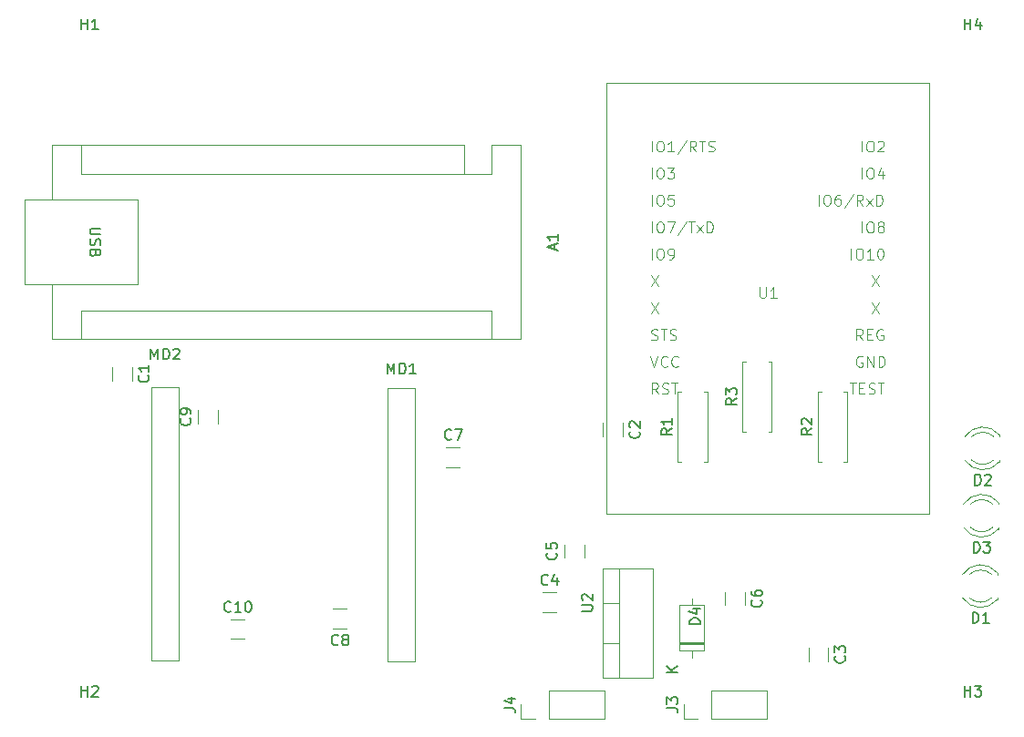
<source format=gbr>
%TF.GenerationSoftware,KiCad,Pcbnew,7.0.2*%
%TF.CreationDate,2024-06-22T09:05:21+09:00*%
%TF.ProjectId,____,4b734b28-2e6b-4696-9361-645f70636258,rev?*%
%TF.SameCoordinates,PX4e33880PY7bfa480*%
%TF.FileFunction,Legend,Top*%
%TF.FilePolarity,Positive*%
%FSLAX46Y46*%
G04 Gerber Fmt 4.6, Leading zero omitted, Abs format (unit mm)*
G04 Created by KiCad (PCBNEW 7.0.2) date 2024-06-22 09:05:21*
%MOMM*%
%LPD*%
G01*
G04 APERTURE LIST*
%ADD10C,0.150000*%
%ADD11C,0.100000*%
%ADD12C,0.120000*%
G04 APERTURE END LIST*
D10*
%TO.C,H4*%
X85238095Y69737381D02*
X85238095Y70737381D01*
X85238095Y70261191D02*
X85809523Y70261191D01*
X85809523Y69737381D02*
X85809523Y70737381D01*
X86714285Y70404048D02*
X86714285Y69737381D01*
X86476190Y70785000D02*
X86238095Y70070715D01*
X86238095Y70070715D02*
X86857142Y70070715D01*
%TO.C,H3*%
X85238095Y7737381D02*
X85238095Y8737381D01*
X85238095Y8261191D02*
X85809523Y8261191D01*
X85809523Y7737381D02*
X85809523Y8737381D01*
X86190476Y8737381D02*
X86809523Y8737381D01*
X86809523Y8737381D02*
X86476190Y8356429D01*
X86476190Y8356429D02*
X86619047Y8356429D01*
X86619047Y8356429D02*
X86714285Y8308810D01*
X86714285Y8308810D02*
X86761904Y8261191D01*
X86761904Y8261191D02*
X86809523Y8165953D01*
X86809523Y8165953D02*
X86809523Y7927858D01*
X86809523Y7927858D02*
X86761904Y7832620D01*
X86761904Y7832620D02*
X86714285Y7785000D01*
X86714285Y7785000D02*
X86619047Y7737381D01*
X86619047Y7737381D02*
X86333333Y7737381D01*
X86333333Y7737381D02*
X86238095Y7785000D01*
X86238095Y7785000D02*
X86190476Y7832620D01*
%TO.C,H2*%
X3238095Y7737381D02*
X3238095Y8737381D01*
X3238095Y8261191D02*
X3809523Y8261191D01*
X3809523Y7737381D02*
X3809523Y8737381D01*
X4238095Y8642143D02*
X4285714Y8689762D01*
X4285714Y8689762D02*
X4380952Y8737381D01*
X4380952Y8737381D02*
X4619047Y8737381D01*
X4619047Y8737381D02*
X4714285Y8689762D01*
X4714285Y8689762D02*
X4761904Y8642143D01*
X4761904Y8642143D02*
X4809523Y8546905D01*
X4809523Y8546905D02*
X4809523Y8451667D01*
X4809523Y8451667D02*
X4761904Y8308810D01*
X4761904Y8308810D02*
X4190476Y7737381D01*
X4190476Y7737381D02*
X4809523Y7737381D01*
%TO.C,H1*%
X3238095Y69737381D02*
X3238095Y70737381D01*
X3238095Y70261191D02*
X3809523Y70261191D01*
X3809523Y69737381D02*
X3809523Y70737381D01*
X4809523Y69737381D02*
X4238095Y69737381D01*
X4523809Y69737381D02*
X4523809Y70737381D01*
X4523809Y70737381D02*
X4428571Y70594524D01*
X4428571Y70594524D02*
X4333333Y70499286D01*
X4333333Y70499286D02*
X4238095Y70451667D01*
%TO.C,R2*%
X71074006Y32643334D02*
X70597815Y32310001D01*
X71074006Y32071906D02*
X70074006Y32071906D01*
X70074006Y32071906D02*
X70074006Y32452858D01*
X70074006Y32452858D02*
X70121625Y32548096D01*
X70121625Y32548096D02*
X70169244Y32595715D01*
X70169244Y32595715D02*
X70264482Y32643334D01*
X70264482Y32643334D02*
X70407339Y32643334D01*
X70407339Y32643334D02*
X70502577Y32595715D01*
X70502577Y32595715D02*
X70550196Y32548096D01*
X70550196Y32548096D02*
X70597815Y32452858D01*
X70597815Y32452858D02*
X70597815Y32071906D01*
X70169244Y33024287D02*
X70121625Y33071906D01*
X70121625Y33071906D02*
X70074006Y33167144D01*
X70074006Y33167144D02*
X70074006Y33405239D01*
X70074006Y33405239D02*
X70121625Y33500477D01*
X70121625Y33500477D02*
X70169244Y33548096D01*
X70169244Y33548096D02*
X70264482Y33595715D01*
X70264482Y33595715D02*
X70359720Y33595715D01*
X70359720Y33595715D02*
X70502577Y33548096D01*
X70502577Y33548096D02*
X71074006Y32976668D01*
X71074006Y32976668D02*
X71074006Y33595715D01*
%TO.C,MD2*%
X9690476Y39077381D02*
X9690476Y40077381D01*
X9690476Y40077381D02*
X10023809Y39363096D01*
X10023809Y39363096D02*
X10357142Y40077381D01*
X10357142Y40077381D02*
X10357142Y39077381D01*
X10833333Y39077381D02*
X10833333Y40077381D01*
X10833333Y40077381D02*
X11071428Y40077381D01*
X11071428Y40077381D02*
X11214285Y40029762D01*
X11214285Y40029762D02*
X11309523Y39934524D01*
X11309523Y39934524D02*
X11357142Y39839286D01*
X11357142Y39839286D02*
X11404761Y39648810D01*
X11404761Y39648810D02*
X11404761Y39505953D01*
X11404761Y39505953D02*
X11357142Y39315477D01*
X11357142Y39315477D02*
X11309523Y39220239D01*
X11309523Y39220239D02*
X11214285Y39125000D01*
X11214285Y39125000D02*
X11071428Y39077381D01*
X11071428Y39077381D02*
X10833333Y39077381D01*
X11785714Y39982143D02*
X11833333Y40029762D01*
X11833333Y40029762D02*
X11928571Y40077381D01*
X11928571Y40077381D02*
X12166666Y40077381D01*
X12166666Y40077381D02*
X12261904Y40029762D01*
X12261904Y40029762D02*
X12309523Y39982143D01*
X12309523Y39982143D02*
X12357142Y39886905D01*
X12357142Y39886905D02*
X12357142Y39791667D01*
X12357142Y39791667D02*
X12309523Y39648810D01*
X12309523Y39648810D02*
X11738095Y39077381D01*
X11738095Y39077381D02*
X12357142Y39077381D01*
%TO.C,A1*%
X47176904Y49285715D02*
X47176904Y49761905D01*
X47462619Y49190477D02*
X46462619Y49523810D01*
X46462619Y49523810D02*
X47462619Y49857143D01*
X47462619Y50714286D02*
X47462619Y50142858D01*
X47462619Y50428572D02*
X46462619Y50428572D01*
X46462619Y50428572D02*
X46605476Y50333334D01*
X46605476Y50333334D02*
X46700714Y50238096D01*
X46700714Y50238096D02*
X46748333Y50142858D01*
X5027380Y51251905D02*
X4217857Y51251905D01*
X4217857Y51251905D02*
X4122619Y51204286D01*
X4122619Y51204286D02*
X4075000Y51156667D01*
X4075000Y51156667D02*
X4027380Y51061429D01*
X4027380Y51061429D02*
X4027380Y50870953D01*
X4027380Y50870953D02*
X4075000Y50775715D01*
X4075000Y50775715D02*
X4122619Y50728096D01*
X4122619Y50728096D02*
X4217857Y50680477D01*
X4217857Y50680477D02*
X5027380Y50680477D01*
X4075000Y50251905D02*
X4027380Y50109048D01*
X4027380Y50109048D02*
X4027380Y49870953D01*
X4027380Y49870953D02*
X4075000Y49775715D01*
X4075000Y49775715D02*
X4122619Y49728096D01*
X4122619Y49728096D02*
X4217857Y49680477D01*
X4217857Y49680477D02*
X4313095Y49680477D01*
X4313095Y49680477D02*
X4408333Y49728096D01*
X4408333Y49728096D02*
X4455952Y49775715D01*
X4455952Y49775715D02*
X4503571Y49870953D01*
X4503571Y49870953D02*
X4551190Y50061429D01*
X4551190Y50061429D02*
X4598809Y50156667D01*
X4598809Y50156667D02*
X4646428Y50204286D01*
X4646428Y50204286D02*
X4741666Y50251905D01*
X4741666Y50251905D02*
X4836904Y50251905D01*
X4836904Y50251905D02*
X4932142Y50204286D01*
X4932142Y50204286D02*
X4979761Y50156667D01*
X4979761Y50156667D02*
X5027380Y50061429D01*
X5027380Y50061429D02*
X5027380Y49823334D01*
X5027380Y49823334D02*
X4979761Y49680477D01*
X4551190Y48918572D02*
X4503571Y48775715D01*
X4503571Y48775715D02*
X4455952Y48728096D01*
X4455952Y48728096D02*
X4360714Y48680477D01*
X4360714Y48680477D02*
X4217857Y48680477D01*
X4217857Y48680477D02*
X4122619Y48728096D01*
X4122619Y48728096D02*
X4075000Y48775715D01*
X4075000Y48775715D02*
X4027380Y48870953D01*
X4027380Y48870953D02*
X4027380Y49251905D01*
X4027380Y49251905D02*
X5027380Y49251905D01*
X5027380Y49251905D02*
X5027380Y48918572D01*
X5027380Y48918572D02*
X4979761Y48823334D01*
X4979761Y48823334D02*
X4932142Y48775715D01*
X4932142Y48775715D02*
X4836904Y48728096D01*
X4836904Y48728096D02*
X4741666Y48728096D01*
X4741666Y48728096D02*
X4646428Y48775715D01*
X4646428Y48775715D02*
X4598809Y48823334D01*
X4598809Y48823334D02*
X4551190Y48918572D01*
X4551190Y48918572D02*
X4551190Y49251905D01*
%TO.C,C7*%
X37583333Y31682620D02*
X37535714Y31635000D01*
X37535714Y31635000D02*
X37392857Y31587381D01*
X37392857Y31587381D02*
X37297619Y31587381D01*
X37297619Y31587381D02*
X37154762Y31635000D01*
X37154762Y31635000D02*
X37059524Y31730239D01*
X37059524Y31730239D02*
X37011905Y31825477D01*
X37011905Y31825477D02*
X36964286Y32015953D01*
X36964286Y32015953D02*
X36964286Y32158810D01*
X36964286Y32158810D02*
X37011905Y32349286D01*
X37011905Y32349286D02*
X37059524Y32444524D01*
X37059524Y32444524D02*
X37154762Y32539762D01*
X37154762Y32539762D02*
X37297619Y32587381D01*
X37297619Y32587381D02*
X37392857Y32587381D01*
X37392857Y32587381D02*
X37535714Y32539762D01*
X37535714Y32539762D02*
X37583333Y32492143D01*
X37916667Y32587381D02*
X38583333Y32587381D01*
X38583333Y32587381D02*
X38154762Y31587381D01*
%TO.C,R3*%
X64074006Y35443334D02*
X63597815Y35110001D01*
X64074006Y34871906D02*
X63074006Y34871906D01*
X63074006Y34871906D02*
X63074006Y35252858D01*
X63074006Y35252858D02*
X63121625Y35348096D01*
X63121625Y35348096D02*
X63169244Y35395715D01*
X63169244Y35395715D02*
X63264482Y35443334D01*
X63264482Y35443334D02*
X63407339Y35443334D01*
X63407339Y35443334D02*
X63502577Y35395715D01*
X63502577Y35395715D02*
X63550196Y35348096D01*
X63550196Y35348096D02*
X63597815Y35252858D01*
X63597815Y35252858D02*
X63597815Y34871906D01*
X63074006Y35776668D02*
X63074006Y36395715D01*
X63074006Y36395715D02*
X63454958Y36062382D01*
X63454958Y36062382D02*
X63454958Y36205239D01*
X63454958Y36205239D02*
X63502577Y36300477D01*
X63502577Y36300477D02*
X63550196Y36348096D01*
X63550196Y36348096D02*
X63645434Y36395715D01*
X63645434Y36395715D02*
X63883529Y36395715D01*
X63883529Y36395715D02*
X63978767Y36348096D01*
X63978767Y36348096D02*
X64026387Y36300477D01*
X64026387Y36300477D02*
X64074006Y36205239D01*
X64074006Y36205239D02*
X64074006Y35919525D01*
X64074006Y35919525D02*
X64026387Y35824287D01*
X64026387Y35824287D02*
X63978767Y35776668D01*
%TO.C,C3*%
X74081712Y11495944D02*
X74129332Y11448325D01*
X74129332Y11448325D02*
X74176951Y11305468D01*
X74176951Y11305468D02*
X74176951Y11210230D01*
X74176951Y11210230D02*
X74129332Y11067373D01*
X74129332Y11067373D02*
X74034093Y10972135D01*
X74034093Y10972135D02*
X73938855Y10924516D01*
X73938855Y10924516D02*
X73748379Y10876897D01*
X73748379Y10876897D02*
X73605522Y10876897D01*
X73605522Y10876897D02*
X73415046Y10924516D01*
X73415046Y10924516D02*
X73319808Y10972135D01*
X73319808Y10972135D02*
X73224570Y11067373D01*
X73224570Y11067373D02*
X73176951Y11210230D01*
X73176951Y11210230D02*
X73176951Y11305468D01*
X73176951Y11305468D02*
X73224570Y11448325D01*
X73224570Y11448325D02*
X73272189Y11495944D01*
X73176951Y11829278D02*
X73176951Y12448325D01*
X73176951Y12448325D02*
X73557903Y12114992D01*
X73557903Y12114992D02*
X73557903Y12257849D01*
X73557903Y12257849D02*
X73605522Y12353087D01*
X73605522Y12353087D02*
X73653141Y12400706D01*
X73653141Y12400706D02*
X73748379Y12448325D01*
X73748379Y12448325D02*
X73986474Y12448325D01*
X73986474Y12448325D02*
X74081712Y12400706D01*
X74081712Y12400706D02*
X74129332Y12353087D01*
X74129332Y12353087D02*
X74176951Y12257849D01*
X74176951Y12257849D02*
X74176951Y11972135D01*
X74176951Y11972135D02*
X74129332Y11876897D01*
X74129332Y11876897D02*
X74081712Y11829278D01*
%TO.C,C8*%
X27083333Y12582620D02*
X27035714Y12535000D01*
X27035714Y12535000D02*
X26892857Y12487381D01*
X26892857Y12487381D02*
X26797619Y12487381D01*
X26797619Y12487381D02*
X26654762Y12535000D01*
X26654762Y12535000D02*
X26559524Y12630239D01*
X26559524Y12630239D02*
X26511905Y12725477D01*
X26511905Y12725477D02*
X26464286Y12915953D01*
X26464286Y12915953D02*
X26464286Y13058810D01*
X26464286Y13058810D02*
X26511905Y13249286D01*
X26511905Y13249286D02*
X26559524Y13344524D01*
X26559524Y13344524D02*
X26654762Y13439762D01*
X26654762Y13439762D02*
X26797619Y13487381D01*
X26797619Y13487381D02*
X26892857Y13487381D01*
X26892857Y13487381D02*
X27035714Y13439762D01*
X27035714Y13439762D02*
X27083333Y13392143D01*
X27654762Y13058810D02*
X27559524Y13106429D01*
X27559524Y13106429D02*
X27511905Y13154048D01*
X27511905Y13154048D02*
X27464286Y13249286D01*
X27464286Y13249286D02*
X27464286Y13296905D01*
X27464286Y13296905D02*
X27511905Y13392143D01*
X27511905Y13392143D02*
X27559524Y13439762D01*
X27559524Y13439762D02*
X27654762Y13487381D01*
X27654762Y13487381D02*
X27845238Y13487381D01*
X27845238Y13487381D02*
X27940476Y13439762D01*
X27940476Y13439762D02*
X27988095Y13392143D01*
X27988095Y13392143D02*
X28035714Y13296905D01*
X28035714Y13296905D02*
X28035714Y13249286D01*
X28035714Y13249286D02*
X27988095Y13154048D01*
X27988095Y13154048D02*
X27940476Y13106429D01*
X27940476Y13106429D02*
X27845238Y13058810D01*
X27845238Y13058810D02*
X27654762Y13058810D01*
X27654762Y13058810D02*
X27559524Y13011191D01*
X27559524Y13011191D02*
X27511905Y12963572D01*
X27511905Y12963572D02*
X27464286Y12868334D01*
X27464286Y12868334D02*
X27464286Y12677858D01*
X27464286Y12677858D02*
X27511905Y12582620D01*
X27511905Y12582620D02*
X27559524Y12535000D01*
X27559524Y12535000D02*
X27654762Y12487381D01*
X27654762Y12487381D02*
X27845238Y12487381D01*
X27845238Y12487381D02*
X27940476Y12535000D01*
X27940476Y12535000D02*
X27988095Y12582620D01*
X27988095Y12582620D02*
X28035714Y12677858D01*
X28035714Y12677858D02*
X28035714Y12868334D01*
X28035714Y12868334D02*
X27988095Y12963572D01*
X27988095Y12963572D02*
X27940476Y13011191D01*
X27940476Y13011191D02*
X27845238Y13058810D01*
%TO.C,C4*%
X46558333Y18182620D02*
X46510714Y18135000D01*
X46510714Y18135000D02*
X46367857Y18087381D01*
X46367857Y18087381D02*
X46272619Y18087381D01*
X46272619Y18087381D02*
X46129762Y18135000D01*
X46129762Y18135000D02*
X46034524Y18230239D01*
X46034524Y18230239D02*
X45986905Y18325477D01*
X45986905Y18325477D02*
X45939286Y18515953D01*
X45939286Y18515953D02*
X45939286Y18658810D01*
X45939286Y18658810D02*
X45986905Y18849286D01*
X45986905Y18849286D02*
X46034524Y18944524D01*
X46034524Y18944524D02*
X46129762Y19039762D01*
X46129762Y19039762D02*
X46272619Y19087381D01*
X46272619Y19087381D02*
X46367857Y19087381D01*
X46367857Y19087381D02*
X46510714Y19039762D01*
X46510714Y19039762D02*
X46558333Y18992143D01*
X47415476Y18754048D02*
X47415476Y18087381D01*
X47177381Y19135000D02*
X46939286Y18420715D01*
X46939286Y18420715D02*
X47558333Y18420715D01*
%TO.C,C6*%
X66331340Y16684374D02*
X66378960Y16636755D01*
X66378960Y16636755D02*
X66426579Y16493898D01*
X66426579Y16493898D02*
X66426579Y16398660D01*
X66426579Y16398660D02*
X66378960Y16255803D01*
X66378960Y16255803D02*
X66283721Y16160565D01*
X66283721Y16160565D02*
X66188483Y16112946D01*
X66188483Y16112946D02*
X65998007Y16065327D01*
X65998007Y16065327D02*
X65855150Y16065327D01*
X65855150Y16065327D02*
X65664674Y16112946D01*
X65664674Y16112946D02*
X65569436Y16160565D01*
X65569436Y16160565D02*
X65474198Y16255803D01*
X65474198Y16255803D02*
X65426579Y16398660D01*
X65426579Y16398660D02*
X65426579Y16493898D01*
X65426579Y16493898D02*
X65474198Y16636755D01*
X65474198Y16636755D02*
X65521817Y16684374D01*
X65426579Y17541517D02*
X65426579Y17351041D01*
X65426579Y17351041D02*
X65474198Y17255803D01*
X65474198Y17255803D02*
X65521817Y17208184D01*
X65521817Y17208184D02*
X65664674Y17112946D01*
X65664674Y17112946D02*
X65855150Y17065327D01*
X65855150Y17065327D02*
X66236102Y17065327D01*
X66236102Y17065327D02*
X66331340Y17112946D01*
X66331340Y17112946D02*
X66378960Y17160565D01*
X66378960Y17160565D02*
X66426579Y17255803D01*
X66426579Y17255803D02*
X66426579Y17446279D01*
X66426579Y17446279D02*
X66378960Y17541517D01*
X66378960Y17541517D02*
X66331340Y17589136D01*
X66331340Y17589136D02*
X66236102Y17636755D01*
X66236102Y17636755D02*
X65998007Y17636755D01*
X65998007Y17636755D02*
X65902769Y17589136D01*
X65902769Y17589136D02*
X65855150Y17541517D01*
X65855150Y17541517D02*
X65807531Y17446279D01*
X65807531Y17446279D02*
X65807531Y17255803D01*
X65807531Y17255803D02*
X65855150Y17160565D01*
X65855150Y17160565D02*
X65902769Y17112946D01*
X65902769Y17112946D02*
X65998007Y17065327D01*
%TO.C,J3*%
X57607619Y6666667D02*
X58321904Y6666667D01*
X58321904Y6666667D02*
X58464761Y6619048D01*
X58464761Y6619048D02*
X58560000Y6523810D01*
X58560000Y6523810D02*
X58607619Y6380953D01*
X58607619Y6380953D02*
X58607619Y6285715D01*
X57607619Y7047620D02*
X57607619Y7666667D01*
X57607619Y7666667D02*
X57988571Y7333334D01*
X57988571Y7333334D02*
X57988571Y7476191D01*
X57988571Y7476191D02*
X58036190Y7571429D01*
X58036190Y7571429D02*
X58083809Y7619048D01*
X58083809Y7619048D02*
X58179047Y7666667D01*
X58179047Y7666667D02*
X58417142Y7666667D01*
X58417142Y7666667D02*
X58512380Y7619048D01*
X58512380Y7619048D02*
X58560000Y7571429D01*
X58560000Y7571429D02*
X58607619Y7476191D01*
X58607619Y7476191D02*
X58607619Y7190477D01*
X58607619Y7190477D02*
X58560000Y7095239D01*
X58560000Y7095239D02*
X58512380Y7047620D01*
%TO.C,C10*%
X17107142Y15682620D02*
X17059523Y15635000D01*
X17059523Y15635000D02*
X16916666Y15587381D01*
X16916666Y15587381D02*
X16821428Y15587381D01*
X16821428Y15587381D02*
X16678571Y15635000D01*
X16678571Y15635000D02*
X16583333Y15730239D01*
X16583333Y15730239D02*
X16535714Y15825477D01*
X16535714Y15825477D02*
X16488095Y16015953D01*
X16488095Y16015953D02*
X16488095Y16158810D01*
X16488095Y16158810D02*
X16535714Y16349286D01*
X16535714Y16349286D02*
X16583333Y16444524D01*
X16583333Y16444524D02*
X16678571Y16539762D01*
X16678571Y16539762D02*
X16821428Y16587381D01*
X16821428Y16587381D02*
X16916666Y16587381D01*
X16916666Y16587381D02*
X17059523Y16539762D01*
X17059523Y16539762D02*
X17107142Y16492143D01*
X18059523Y15587381D02*
X17488095Y15587381D01*
X17773809Y15587381D02*
X17773809Y16587381D01*
X17773809Y16587381D02*
X17678571Y16444524D01*
X17678571Y16444524D02*
X17583333Y16349286D01*
X17583333Y16349286D02*
X17488095Y16301667D01*
X18678571Y16587381D02*
X18773809Y16587381D01*
X18773809Y16587381D02*
X18869047Y16539762D01*
X18869047Y16539762D02*
X18916666Y16492143D01*
X18916666Y16492143D02*
X18964285Y16396905D01*
X18964285Y16396905D02*
X19011904Y16206429D01*
X19011904Y16206429D02*
X19011904Y15968334D01*
X19011904Y15968334D02*
X18964285Y15777858D01*
X18964285Y15777858D02*
X18916666Y15682620D01*
X18916666Y15682620D02*
X18869047Y15635000D01*
X18869047Y15635000D02*
X18773809Y15587381D01*
X18773809Y15587381D02*
X18678571Y15587381D01*
X18678571Y15587381D02*
X18583333Y15635000D01*
X18583333Y15635000D02*
X18535714Y15682620D01*
X18535714Y15682620D02*
X18488095Y15777858D01*
X18488095Y15777858D02*
X18440476Y15968334D01*
X18440476Y15968334D02*
X18440476Y16206429D01*
X18440476Y16206429D02*
X18488095Y16396905D01*
X18488095Y16396905D02*
X18535714Y16492143D01*
X18535714Y16492143D02*
X18583333Y16539762D01*
X18583333Y16539762D02*
X18678571Y16587381D01*
%TO.C,C1*%
X9417380Y37583334D02*
X9465000Y37535715D01*
X9465000Y37535715D02*
X9512619Y37392858D01*
X9512619Y37392858D02*
X9512619Y37297620D01*
X9512619Y37297620D02*
X9465000Y37154763D01*
X9465000Y37154763D02*
X9369761Y37059525D01*
X9369761Y37059525D02*
X9274523Y37011906D01*
X9274523Y37011906D02*
X9084047Y36964287D01*
X9084047Y36964287D02*
X8941190Y36964287D01*
X8941190Y36964287D02*
X8750714Y37011906D01*
X8750714Y37011906D02*
X8655476Y37059525D01*
X8655476Y37059525D02*
X8560238Y37154763D01*
X8560238Y37154763D02*
X8512619Y37297620D01*
X8512619Y37297620D02*
X8512619Y37392858D01*
X8512619Y37392858D02*
X8560238Y37535715D01*
X8560238Y37535715D02*
X8607857Y37583334D01*
X9512619Y38535715D02*
X9512619Y37964287D01*
X9512619Y38250001D02*
X8512619Y38250001D01*
X8512619Y38250001D02*
X8655476Y38154763D01*
X8655476Y38154763D02*
X8750714Y38059525D01*
X8750714Y38059525D02*
X8798333Y37964287D01*
%TO.C,J4*%
X42527619Y6666667D02*
X43241904Y6666667D01*
X43241904Y6666667D02*
X43384761Y6619048D01*
X43384761Y6619048D02*
X43480000Y6523810D01*
X43480000Y6523810D02*
X43527619Y6380953D01*
X43527619Y6380953D02*
X43527619Y6285715D01*
X42860952Y7571429D02*
X43527619Y7571429D01*
X42480000Y7333334D02*
X43194285Y7095239D01*
X43194285Y7095239D02*
X43194285Y7714286D01*
%TO.C,C2*%
X55006032Y32365414D02*
X55053652Y32317795D01*
X55053652Y32317795D02*
X55101271Y32174938D01*
X55101271Y32174938D02*
X55101271Y32079700D01*
X55101271Y32079700D02*
X55053652Y31936843D01*
X55053652Y31936843D02*
X54958413Y31841605D01*
X54958413Y31841605D02*
X54863175Y31793986D01*
X54863175Y31793986D02*
X54672699Y31746367D01*
X54672699Y31746367D02*
X54529842Y31746367D01*
X54529842Y31746367D02*
X54339366Y31793986D01*
X54339366Y31793986D02*
X54244128Y31841605D01*
X54244128Y31841605D02*
X54148890Y31936843D01*
X54148890Y31936843D02*
X54101271Y32079700D01*
X54101271Y32079700D02*
X54101271Y32174938D01*
X54101271Y32174938D02*
X54148890Y32317795D01*
X54148890Y32317795D02*
X54196509Y32365414D01*
X54196509Y32746367D02*
X54148890Y32793986D01*
X54148890Y32793986D02*
X54101271Y32889224D01*
X54101271Y32889224D02*
X54101271Y33127319D01*
X54101271Y33127319D02*
X54148890Y33222557D01*
X54148890Y33222557D02*
X54196509Y33270176D01*
X54196509Y33270176D02*
X54291747Y33317795D01*
X54291747Y33317795D02*
X54386985Y33317795D01*
X54386985Y33317795D02*
X54529842Y33270176D01*
X54529842Y33270176D02*
X55101271Y32698748D01*
X55101271Y32698748D02*
X55101271Y33317795D01*
%TO.C,R1*%
X58074006Y32643334D02*
X57597815Y32310001D01*
X58074006Y32071906D02*
X57074006Y32071906D01*
X57074006Y32071906D02*
X57074006Y32452858D01*
X57074006Y32452858D02*
X57121625Y32548096D01*
X57121625Y32548096D02*
X57169244Y32595715D01*
X57169244Y32595715D02*
X57264482Y32643334D01*
X57264482Y32643334D02*
X57407339Y32643334D01*
X57407339Y32643334D02*
X57502577Y32595715D01*
X57502577Y32595715D02*
X57550196Y32548096D01*
X57550196Y32548096D02*
X57597815Y32452858D01*
X57597815Y32452858D02*
X57597815Y32071906D01*
X58074006Y33595715D02*
X58074006Y33024287D01*
X58074006Y33310001D02*
X57074006Y33310001D01*
X57074006Y33310001D02*
X57216863Y33214763D01*
X57216863Y33214763D02*
X57312101Y33119525D01*
X57312101Y33119525D02*
X57359720Y33024287D01*
%TO.C,D2*%
X86194066Y27380924D02*
X86194066Y28380924D01*
X86194066Y28380924D02*
X86432161Y28380924D01*
X86432161Y28380924D02*
X86575018Y28333305D01*
X86575018Y28333305D02*
X86670256Y28238067D01*
X86670256Y28238067D02*
X86717875Y28142829D01*
X86717875Y28142829D02*
X86765494Y27952353D01*
X86765494Y27952353D02*
X86765494Y27809496D01*
X86765494Y27809496D02*
X86717875Y27619020D01*
X86717875Y27619020D02*
X86670256Y27523782D01*
X86670256Y27523782D02*
X86575018Y27428543D01*
X86575018Y27428543D02*
X86432161Y27380924D01*
X86432161Y27380924D02*
X86194066Y27380924D01*
X87146447Y28285686D02*
X87194066Y28333305D01*
X87194066Y28333305D02*
X87289304Y28380924D01*
X87289304Y28380924D02*
X87527399Y28380924D01*
X87527399Y28380924D02*
X87622637Y28333305D01*
X87622637Y28333305D02*
X87670256Y28285686D01*
X87670256Y28285686D02*
X87717875Y28190448D01*
X87717875Y28190448D02*
X87717875Y28095210D01*
X87717875Y28095210D02*
X87670256Y27952353D01*
X87670256Y27952353D02*
X87098828Y27380924D01*
X87098828Y27380924D02*
X87717875Y27380924D01*
%TO.C,D4*%
X60695539Y14463986D02*
X59695539Y14463986D01*
X59695539Y14463986D02*
X59695539Y14702081D01*
X59695539Y14702081D02*
X59743158Y14844938D01*
X59743158Y14844938D02*
X59838396Y14940176D01*
X59838396Y14940176D02*
X59933634Y14987795D01*
X59933634Y14987795D02*
X60124110Y15035414D01*
X60124110Y15035414D02*
X60266967Y15035414D01*
X60266967Y15035414D02*
X60457443Y14987795D01*
X60457443Y14987795D02*
X60552681Y14940176D01*
X60552681Y14940176D02*
X60647920Y14844938D01*
X60647920Y14844938D02*
X60695539Y14702081D01*
X60695539Y14702081D02*
X60695539Y14463986D01*
X60028872Y15892557D02*
X60695539Y15892557D01*
X59647920Y15654462D02*
X60362205Y15416367D01*
X60362205Y15416367D02*
X60362205Y16035414D01*
X58576579Y10029136D02*
X57576579Y10029136D01*
X58576579Y10600564D02*
X58005150Y10171993D01*
X57576579Y10600564D02*
X58148007Y10029136D01*
%TO.C,C9*%
X13317380Y33583334D02*
X13365000Y33535715D01*
X13365000Y33535715D02*
X13412619Y33392858D01*
X13412619Y33392858D02*
X13412619Y33297620D01*
X13412619Y33297620D02*
X13365000Y33154763D01*
X13365000Y33154763D02*
X13269761Y33059525D01*
X13269761Y33059525D02*
X13174523Y33011906D01*
X13174523Y33011906D02*
X12984047Y32964287D01*
X12984047Y32964287D02*
X12841190Y32964287D01*
X12841190Y32964287D02*
X12650714Y33011906D01*
X12650714Y33011906D02*
X12555476Y33059525D01*
X12555476Y33059525D02*
X12460238Y33154763D01*
X12460238Y33154763D02*
X12412619Y33297620D01*
X12412619Y33297620D02*
X12412619Y33392858D01*
X12412619Y33392858D02*
X12460238Y33535715D01*
X12460238Y33535715D02*
X12507857Y33583334D01*
X13412619Y34059525D02*
X13412619Y34250001D01*
X13412619Y34250001D02*
X13365000Y34345239D01*
X13365000Y34345239D02*
X13317380Y34392858D01*
X13317380Y34392858D02*
X13174523Y34488096D01*
X13174523Y34488096D02*
X12984047Y34535715D01*
X12984047Y34535715D02*
X12603095Y34535715D01*
X12603095Y34535715D02*
X12507857Y34488096D01*
X12507857Y34488096D02*
X12460238Y34440477D01*
X12460238Y34440477D02*
X12412619Y34345239D01*
X12412619Y34345239D02*
X12412619Y34154763D01*
X12412619Y34154763D02*
X12460238Y34059525D01*
X12460238Y34059525D02*
X12507857Y34011906D01*
X12507857Y34011906D02*
X12603095Y33964287D01*
X12603095Y33964287D02*
X12841190Y33964287D01*
X12841190Y33964287D02*
X12936428Y34011906D01*
X12936428Y34011906D02*
X12984047Y34059525D01*
X12984047Y34059525D02*
X13031666Y34154763D01*
X13031666Y34154763D02*
X13031666Y34345239D01*
X13031666Y34345239D02*
X12984047Y34440477D01*
X12984047Y34440477D02*
X12936428Y34488096D01*
X12936428Y34488096D02*
X12841190Y34535715D01*
%TO.C,U2*%
X49712015Y15703257D02*
X50521538Y15703257D01*
X50521538Y15703257D02*
X50616776Y15750876D01*
X50616776Y15750876D02*
X50664396Y15798495D01*
X50664396Y15798495D02*
X50712015Y15893733D01*
X50712015Y15893733D02*
X50712015Y16084209D01*
X50712015Y16084209D02*
X50664396Y16179447D01*
X50664396Y16179447D02*
X50616776Y16227066D01*
X50616776Y16227066D02*
X50521538Y16274685D01*
X50521538Y16274685D02*
X49712015Y16274685D01*
X49807253Y16703257D02*
X49759634Y16750876D01*
X49759634Y16750876D02*
X49712015Y16846114D01*
X49712015Y16846114D02*
X49712015Y17084209D01*
X49712015Y17084209D02*
X49759634Y17179447D01*
X49759634Y17179447D02*
X49807253Y17227066D01*
X49807253Y17227066D02*
X49902491Y17274685D01*
X49902491Y17274685D02*
X49997729Y17274685D01*
X49997729Y17274685D02*
X50140586Y17227066D01*
X50140586Y17227066D02*
X50712015Y16655638D01*
X50712015Y16655638D02*
X50712015Y17274685D01*
%TO.C,D3*%
X86089160Y21119631D02*
X86089160Y22119631D01*
X86089160Y22119631D02*
X86327255Y22119631D01*
X86327255Y22119631D02*
X86470112Y22072012D01*
X86470112Y22072012D02*
X86565350Y21976774D01*
X86565350Y21976774D02*
X86612969Y21881536D01*
X86612969Y21881536D02*
X86660588Y21691060D01*
X86660588Y21691060D02*
X86660588Y21548203D01*
X86660588Y21548203D02*
X86612969Y21357727D01*
X86612969Y21357727D02*
X86565350Y21262489D01*
X86565350Y21262489D02*
X86470112Y21167250D01*
X86470112Y21167250D02*
X86327255Y21119631D01*
X86327255Y21119631D02*
X86089160Y21119631D01*
X86993922Y22119631D02*
X87612969Y22119631D01*
X87612969Y22119631D02*
X87279636Y21738679D01*
X87279636Y21738679D02*
X87422493Y21738679D01*
X87422493Y21738679D02*
X87517731Y21691060D01*
X87517731Y21691060D02*
X87565350Y21643441D01*
X87565350Y21643441D02*
X87612969Y21548203D01*
X87612969Y21548203D02*
X87612969Y21310108D01*
X87612969Y21310108D02*
X87565350Y21214870D01*
X87565350Y21214870D02*
X87517731Y21167250D01*
X87517731Y21167250D02*
X87422493Y21119631D01*
X87422493Y21119631D02*
X87136779Y21119631D01*
X87136779Y21119631D02*
X87041541Y21167250D01*
X87041541Y21167250D02*
X86993922Y21214870D01*
D11*
%TO.C,U1*%
X66219482Y45792381D02*
X66219482Y44982858D01*
X66219482Y44982858D02*
X66267101Y44887620D01*
X66267101Y44887620D02*
X66314720Y44840000D01*
X66314720Y44840000D02*
X66409958Y44792381D01*
X66409958Y44792381D02*
X66600434Y44792381D01*
X66600434Y44792381D02*
X66695672Y44840000D01*
X66695672Y44840000D02*
X66743291Y44887620D01*
X66743291Y44887620D02*
X66790910Y44982858D01*
X66790910Y44982858D02*
X66790910Y45792381D01*
X67790910Y44792381D02*
X67219482Y44792381D01*
X67505196Y44792381D02*
X67505196Y45792381D01*
X67505196Y45792381D02*
X67409958Y45649524D01*
X67409958Y45649524D02*
X67314720Y45554286D01*
X67314720Y45554286D02*
X67219482Y45506667D01*
X56171863Y40925000D02*
X56314720Y40877381D01*
X56314720Y40877381D02*
X56552815Y40877381D01*
X56552815Y40877381D02*
X56648053Y40925000D01*
X56648053Y40925000D02*
X56695672Y40972620D01*
X56695672Y40972620D02*
X56743291Y41067858D01*
X56743291Y41067858D02*
X56743291Y41163096D01*
X56743291Y41163096D02*
X56695672Y41258334D01*
X56695672Y41258334D02*
X56648053Y41305953D01*
X56648053Y41305953D02*
X56552815Y41353572D01*
X56552815Y41353572D02*
X56362339Y41401191D01*
X56362339Y41401191D02*
X56267101Y41448810D01*
X56267101Y41448810D02*
X56219482Y41496429D01*
X56219482Y41496429D02*
X56171863Y41591667D01*
X56171863Y41591667D02*
X56171863Y41686905D01*
X56171863Y41686905D02*
X56219482Y41782143D01*
X56219482Y41782143D02*
X56267101Y41829762D01*
X56267101Y41829762D02*
X56362339Y41877381D01*
X56362339Y41877381D02*
X56600434Y41877381D01*
X56600434Y41877381D02*
X56743291Y41829762D01*
X57029006Y41877381D02*
X57600434Y41877381D01*
X57314720Y40877381D02*
X57314720Y41877381D01*
X57886149Y40925000D02*
X58029006Y40877381D01*
X58029006Y40877381D02*
X58267101Y40877381D01*
X58267101Y40877381D02*
X58362339Y40925000D01*
X58362339Y40925000D02*
X58409958Y40972620D01*
X58409958Y40972620D02*
X58457577Y41067858D01*
X58457577Y41067858D02*
X58457577Y41163096D01*
X58457577Y41163096D02*
X58409958Y41258334D01*
X58409958Y41258334D02*
X58362339Y41305953D01*
X58362339Y41305953D02*
X58267101Y41353572D01*
X58267101Y41353572D02*
X58076625Y41401191D01*
X58076625Y41401191D02*
X57981387Y41448810D01*
X57981387Y41448810D02*
X57933768Y41496429D01*
X57933768Y41496429D02*
X57886149Y41591667D01*
X57886149Y41591667D02*
X57886149Y41686905D01*
X57886149Y41686905D02*
X57933768Y41782143D01*
X57933768Y41782143D02*
X57981387Y41829762D01*
X57981387Y41829762D02*
X58076625Y41877381D01*
X58076625Y41877381D02*
X58314720Y41877381D01*
X58314720Y41877381D02*
X58457577Y41829762D01*
X56219482Y55877381D02*
X56219482Y56877381D01*
X56886148Y56877381D02*
X57076624Y56877381D01*
X57076624Y56877381D02*
X57171862Y56829762D01*
X57171862Y56829762D02*
X57267100Y56734524D01*
X57267100Y56734524D02*
X57314719Y56544048D01*
X57314719Y56544048D02*
X57314719Y56210715D01*
X57314719Y56210715D02*
X57267100Y56020239D01*
X57267100Y56020239D02*
X57171862Y55925000D01*
X57171862Y55925000D02*
X57076624Y55877381D01*
X57076624Y55877381D02*
X56886148Y55877381D01*
X56886148Y55877381D02*
X56790910Y55925000D01*
X56790910Y55925000D02*
X56695672Y56020239D01*
X56695672Y56020239D02*
X56648053Y56210715D01*
X56648053Y56210715D02*
X56648053Y56544048D01*
X56648053Y56544048D02*
X56695672Y56734524D01*
X56695672Y56734524D02*
X56790910Y56829762D01*
X56790910Y56829762D02*
X56886148Y56877381D01*
X57648053Y56877381D02*
X58267100Y56877381D01*
X58267100Y56877381D02*
X57933767Y56496429D01*
X57933767Y56496429D02*
X58076624Y56496429D01*
X58076624Y56496429D02*
X58171862Y56448810D01*
X58171862Y56448810D02*
X58219481Y56401191D01*
X58219481Y56401191D02*
X58267100Y56305953D01*
X58267100Y56305953D02*
X58267100Y56067858D01*
X58267100Y56067858D02*
X58219481Y55972620D01*
X58219481Y55972620D02*
X58171862Y55925000D01*
X58171862Y55925000D02*
X58076624Y55877381D01*
X58076624Y55877381D02*
X57790910Y55877381D01*
X57790910Y55877381D02*
X57695672Y55925000D01*
X57695672Y55925000D02*
X57648053Y55972620D01*
X74719482Y48377381D02*
X74719482Y49377381D01*
X75386148Y49377381D02*
X75576624Y49377381D01*
X75576624Y49377381D02*
X75671862Y49329762D01*
X75671862Y49329762D02*
X75767100Y49234524D01*
X75767100Y49234524D02*
X75814719Y49044048D01*
X75814719Y49044048D02*
X75814719Y48710715D01*
X75814719Y48710715D02*
X75767100Y48520239D01*
X75767100Y48520239D02*
X75671862Y48425000D01*
X75671862Y48425000D02*
X75576624Y48377381D01*
X75576624Y48377381D02*
X75386148Y48377381D01*
X75386148Y48377381D02*
X75290910Y48425000D01*
X75290910Y48425000D02*
X75195672Y48520239D01*
X75195672Y48520239D02*
X75148053Y48710715D01*
X75148053Y48710715D02*
X75148053Y49044048D01*
X75148053Y49044048D02*
X75195672Y49234524D01*
X75195672Y49234524D02*
X75290910Y49329762D01*
X75290910Y49329762D02*
X75386148Y49377381D01*
X76767100Y48377381D02*
X76195672Y48377381D01*
X76481386Y48377381D02*
X76481386Y49377381D01*
X76481386Y49377381D02*
X76386148Y49234524D01*
X76386148Y49234524D02*
X76290910Y49139286D01*
X76290910Y49139286D02*
X76195672Y49091667D01*
X77386148Y49377381D02*
X77481386Y49377381D01*
X77481386Y49377381D02*
X77576624Y49329762D01*
X77576624Y49329762D02*
X77624243Y49282143D01*
X77624243Y49282143D02*
X77671862Y49186905D01*
X77671862Y49186905D02*
X77719481Y48996429D01*
X77719481Y48996429D02*
X77719481Y48758334D01*
X77719481Y48758334D02*
X77671862Y48567858D01*
X77671862Y48567858D02*
X77624243Y48472620D01*
X77624243Y48472620D02*
X77576624Y48425000D01*
X77576624Y48425000D02*
X77481386Y48377381D01*
X77481386Y48377381D02*
X77386148Y48377381D01*
X77386148Y48377381D02*
X77290910Y48425000D01*
X77290910Y48425000D02*
X77243291Y48472620D01*
X77243291Y48472620D02*
X77195672Y48567858D01*
X77195672Y48567858D02*
X77148053Y48758334D01*
X77148053Y48758334D02*
X77148053Y48996429D01*
X77148053Y48996429D02*
X77195672Y49186905D01*
X77195672Y49186905D02*
X77243291Y49282143D01*
X77243291Y49282143D02*
X77290910Y49329762D01*
X77290910Y49329762D02*
X77386148Y49377381D01*
X76624244Y46877381D02*
X77290910Y45877381D01*
X77290910Y46877381D02*
X76624244Y45877381D01*
X71719482Y53377381D02*
X71719482Y54377381D01*
X72386148Y54377381D02*
X72576624Y54377381D01*
X72576624Y54377381D02*
X72671862Y54329762D01*
X72671862Y54329762D02*
X72767100Y54234524D01*
X72767100Y54234524D02*
X72814719Y54044048D01*
X72814719Y54044048D02*
X72814719Y53710715D01*
X72814719Y53710715D02*
X72767100Y53520239D01*
X72767100Y53520239D02*
X72671862Y53425000D01*
X72671862Y53425000D02*
X72576624Y53377381D01*
X72576624Y53377381D02*
X72386148Y53377381D01*
X72386148Y53377381D02*
X72290910Y53425000D01*
X72290910Y53425000D02*
X72195672Y53520239D01*
X72195672Y53520239D02*
X72148053Y53710715D01*
X72148053Y53710715D02*
X72148053Y54044048D01*
X72148053Y54044048D02*
X72195672Y54234524D01*
X72195672Y54234524D02*
X72290910Y54329762D01*
X72290910Y54329762D02*
X72386148Y54377381D01*
X73671862Y54377381D02*
X73481386Y54377381D01*
X73481386Y54377381D02*
X73386148Y54329762D01*
X73386148Y54329762D02*
X73338529Y54282143D01*
X73338529Y54282143D02*
X73243291Y54139286D01*
X73243291Y54139286D02*
X73195672Y53948810D01*
X73195672Y53948810D02*
X73195672Y53567858D01*
X73195672Y53567858D02*
X73243291Y53472620D01*
X73243291Y53472620D02*
X73290910Y53425000D01*
X73290910Y53425000D02*
X73386148Y53377381D01*
X73386148Y53377381D02*
X73576624Y53377381D01*
X73576624Y53377381D02*
X73671862Y53425000D01*
X73671862Y53425000D02*
X73719481Y53472620D01*
X73719481Y53472620D02*
X73767100Y53567858D01*
X73767100Y53567858D02*
X73767100Y53805953D01*
X73767100Y53805953D02*
X73719481Y53901191D01*
X73719481Y53901191D02*
X73671862Y53948810D01*
X73671862Y53948810D02*
X73576624Y53996429D01*
X73576624Y53996429D02*
X73386148Y53996429D01*
X73386148Y53996429D02*
X73290910Y53948810D01*
X73290910Y53948810D02*
X73243291Y53901191D01*
X73243291Y53901191D02*
X73195672Y53805953D01*
X74909957Y54425000D02*
X74052815Y53139286D01*
X75814719Y53377381D02*
X75481386Y53853572D01*
X75243291Y53377381D02*
X75243291Y54377381D01*
X75243291Y54377381D02*
X75624243Y54377381D01*
X75624243Y54377381D02*
X75719481Y54329762D01*
X75719481Y54329762D02*
X75767100Y54282143D01*
X75767100Y54282143D02*
X75814719Y54186905D01*
X75814719Y54186905D02*
X75814719Y54044048D01*
X75814719Y54044048D02*
X75767100Y53948810D01*
X75767100Y53948810D02*
X75719481Y53901191D01*
X75719481Y53901191D02*
X75624243Y53853572D01*
X75624243Y53853572D02*
X75243291Y53853572D01*
X76148053Y53377381D02*
X76671862Y54044048D01*
X76148053Y54044048D02*
X76671862Y53377381D01*
X77052815Y53377381D02*
X77052815Y54377381D01*
X77052815Y54377381D02*
X77290910Y54377381D01*
X77290910Y54377381D02*
X77433767Y54329762D01*
X77433767Y54329762D02*
X77529005Y54234524D01*
X77529005Y54234524D02*
X77576624Y54139286D01*
X77576624Y54139286D02*
X77624243Y53948810D01*
X77624243Y53948810D02*
X77624243Y53805953D01*
X77624243Y53805953D02*
X77576624Y53615477D01*
X77576624Y53615477D02*
X77529005Y53520239D01*
X77529005Y53520239D02*
X77433767Y53425000D01*
X77433767Y53425000D02*
X77290910Y53377381D01*
X77290910Y53377381D02*
X77052815Y53377381D01*
X75719482Y55877381D02*
X75719482Y56877381D01*
X76386148Y56877381D02*
X76576624Y56877381D01*
X76576624Y56877381D02*
X76671862Y56829762D01*
X76671862Y56829762D02*
X76767100Y56734524D01*
X76767100Y56734524D02*
X76814719Y56544048D01*
X76814719Y56544048D02*
X76814719Y56210715D01*
X76814719Y56210715D02*
X76767100Y56020239D01*
X76767100Y56020239D02*
X76671862Y55925000D01*
X76671862Y55925000D02*
X76576624Y55877381D01*
X76576624Y55877381D02*
X76386148Y55877381D01*
X76386148Y55877381D02*
X76290910Y55925000D01*
X76290910Y55925000D02*
X76195672Y56020239D01*
X76195672Y56020239D02*
X76148053Y56210715D01*
X76148053Y56210715D02*
X76148053Y56544048D01*
X76148053Y56544048D02*
X76195672Y56734524D01*
X76195672Y56734524D02*
X76290910Y56829762D01*
X76290910Y56829762D02*
X76386148Y56877381D01*
X77671862Y56544048D02*
X77671862Y55877381D01*
X77433767Y56925000D02*
X77195672Y56210715D01*
X77195672Y56210715D02*
X77814719Y56210715D01*
X56219482Y58377381D02*
X56219482Y59377381D01*
X56886148Y59377381D02*
X57076624Y59377381D01*
X57076624Y59377381D02*
X57171862Y59329762D01*
X57171862Y59329762D02*
X57267100Y59234524D01*
X57267100Y59234524D02*
X57314719Y59044048D01*
X57314719Y59044048D02*
X57314719Y58710715D01*
X57314719Y58710715D02*
X57267100Y58520239D01*
X57267100Y58520239D02*
X57171862Y58425000D01*
X57171862Y58425000D02*
X57076624Y58377381D01*
X57076624Y58377381D02*
X56886148Y58377381D01*
X56886148Y58377381D02*
X56790910Y58425000D01*
X56790910Y58425000D02*
X56695672Y58520239D01*
X56695672Y58520239D02*
X56648053Y58710715D01*
X56648053Y58710715D02*
X56648053Y59044048D01*
X56648053Y59044048D02*
X56695672Y59234524D01*
X56695672Y59234524D02*
X56790910Y59329762D01*
X56790910Y59329762D02*
X56886148Y59377381D01*
X58267100Y58377381D02*
X57695672Y58377381D01*
X57981386Y58377381D02*
X57981386Y59377381D01*
X57981386Y59377381D02*
X57886148Y59234524D01*
X57886148Y59234524D02*
X57790910Y59139286D01*
X57790910Y59139286D02*
X57695672Y59091667D01*
X59409957Y59425000D02*
X58552815Y58139286D01*
X60314719Y58377381D02*
X59981386Y58853572D01*
X59743291Y58377381D02*
X59743291Y59377381D01*
X59743291Y59377381D02*
X60124243Y59377381D01*
X60124243Y59377381D02*
X60219481Y59329762D01*
X60219481Y59329762D02*
X60267100Y59282143D01*
X60267100Y59282143D02*
X60314719Y59186905D01*
X60314719Y59186905D02*
X60314719Y59044048D01*
X60314719Y59044048D02*
X60267100Y58948810D01*
X60267100Y58948810D02*
X60219481Y58901191D01*
X60219481Y58901191D02*
X60124243Y58853572D01*
X60124243Y58853572D02*
X59743291Y58853572D01*
X60600434Y59377381D02*
X61171862Y59377381D01*
X60886148Y58377381D02*
X60886148Y59377381D01*
X61457577Y58425000D02*
X61600434Y58377381D01*
X61600434Y58377381D02*
X61838529Y58377381D01*
X61838529Y58377381D02*
X61933767Y58425000D01*
X61933767Y58425000D02*
X61981386Y58472620D01*
X61981386Y58472620D02*
X62029005Y58567858D01*
X62029005Y58567858D02*
X62029005Y58663096D01*
X62029005Y58663096D02*
X61981386Y58758334D01*
X61981386Y58758334D02*
X61933767Y58805953D01*
X61933767Y58805953D02*
X61838529Y58853572D01*
X61838529Y58853572D02*
X61648053Y58901191D01*
X61648053Y58901191D02*
X61552815Y58948810D01*
X61552815Y58948810D02*
X61505196Y58996429D01*
X61505196Y58996429D02*
X61457577Y59091667D01*
X61457577Y59091667D02*
X61457577Y59186905D01*
X61457577Y59186905D02*
X61505196Y59282143D01*
X61505196Y59282143D02*
X61552815Y59329762D01*
X61552815Y59329762D02*
X61648053Y59377381D01*
X61648053Y59377381D02*
X61886148Y59377381D01*
X61886148Y59377381D02*
X62029005Y59329762D01*
X75790910Y40877381D02*
X75457577Y41353572D01*
X75219482Y40877381D02*
X75219482Y41877381D01*
X75219482Y41877381D02*
X75600434Y41877381D01*
X75600434Y41877381D02*
X75695672Y41829762D01*
X75695672Y41829762D02*
X75743291Y41782143D01*
X75743291Y41782143D02*
X75790910Y41686905D01*
X75790910Y41686905D02*
X75790910Y41544048D01*
X75790910Y41544048D02*
X75743291Y41448810D01*
X75743291Y41448810D02*
X75695672Y41401191D01*
X75695672Y41401191D02*
X75600434Y41353572D01*
X75600434Y41353572D02*
X75219482Y41353572D01*
X76219482Y41401191D02*
X76552815Y41401191D01*
X76695672Y40877381D02*
X76219482Y40877381D01*
X76219482Y40877381D02*
X76219482Y41877381D01*
X76219482Y41877381D02*
X76695672Y41877381D01*
X77648053Y41829762D02*
X77552815Y41877381D01*
X77552815Y41877381D02*
X77409958Y41877381D01*
X77409958Y41877381D02*
X77267101Y41829762D01*
X77267101Y41829762D02*
X77171863Y41734524D01*
X77171863Y41734524D02*
X77124244Y41639286D01*
X77124244Y41639286D02*
X77076625Y41448810D01*
X77076625Y41448810D02*
X77076625Y41305953D01*
X77076625Y41305953D02*
X77124244Y41115477D01*
X77124244Y41115477D02*
X77171863Y41020239D01*
X77171863Y41020239D02*
X77267101Y40925000D01*
X77267101Y40925000D02*
X77409958Y40877381D01*
X77409958Y40877381D02*
X77505196Y40877381D01*
X77505196Y40877381D02*
X77648053Y40925000D01*
X77648053Y40925000D02*
X77695672Y40972620D01*
X77695672Y40972620D02*
X77695672Y41305953D01*
X77695672Y41305953D02*
X77505196Y41305953D01*
X76624244Y44377381D02*
X77290910Y43377381D01*
X77290910Y44377381D02*
X76624244Y43377381D01*
X75719482Y50877381D02*
X75719482Y51877381D01*
X76386148Y51877381D02*
X76576624Y51877381D01*
X76576624Y51877381D02*
X76671862Y51829762D01*
X76671862Y51829762D02*
X76767100Y51734524D01*
X76767100Y51734524D02*
X76814719Y51544048D01*
X76814719Y51544048D02*
X76814719Y51210715D01*
X76814719Y51210715D02*
X76767100Y51020239D01*
X76767100Y51020239D02*
X76671862Y50925000D01*
X76671862Y50925000D02*
X76576624Y50877381D01*
X76576624Y50877381D02*
X76386148Y50877381D01*
X76386148Y50877381D02*
X76290910Y50925000D01*
X76290910Y50925000D02*
X76195672Y51020239D01*
X76195672Y51020239D02*
X76148053Y51210715D01*
X76148053Y51210715D02*
X76148053Y51544048D01*
X76148053Y51544048D02*
X76195672Y51734524D01*
X76195672Y51734524D02*
X76290910Y51829762D01*
X76290910Y51829762D02*
X76386148Y51877381D01*
X77386148Y51448810D02*
X77290910Y51496429D01*
X77290910Y51496429D02*
X77243291Y51544048D01*
X77243291Y51544048D02*
X77195672Y51639286D01*
X77195672Y51639286D02*
X77195672Y51686905D01*
X77195672Y51686905D02*
X77243291Y51782143D01*
X77243291Y51782143D02*
X77290910Y51829762D01*
X77290910Y51829762D02*
X77386148Y51877381D01*
X77386148Y51877381D02*
X77576624Y51877381D01*
X77576624Y51877381D02*
X77671862Y51829762D01*
X77671862Y51829762D02*
X77719481Y51782143D01*
X77719481Y51782143D02*
X77767100Y51686905D01*
X77767100Y51686905D02*
X77767100Y51639286D01*
X77767100Y51639286D02*
X77719481Y51544048D01*
X77719481Y51544048D02*
X77671862Y51496429D01*
X77671862Y51496429D02*
X77576624Y51448810D01*
X77576624Y51448810D02*
X77386148Y51448810D01*
X77386148Y51448810D02*
X77290910Y51401191D01*
X77290910Y51401191D02*
X77243291Y51353572D01*
X77243291Y51353572D02*
X77195672Y51258334D01*
X77195672Y51258334D02*
X77195672Y51067858D01*
X77195672Y51067858D02*
X77243291Y50972620D01*
X77243291Y50972620D02*
X77290910Y50925000D01*
X77290910Y50925000D02*
X77386148Y50877381D01*
X77386148Y50877381D02*
X77576624Y50877381D01*
X77576624Y50877381D02*
X77671862Y50925000D01*
X77671862Y50925000D02*
X77719481Y50972620D01*
X77719481Y50972620D02*
X77767100Y51067858D01*
X77767100Y51067858D02*
X77767100Y51258334D01*
X77767100Y51258334D02*
X77719481Y51353572D01*
X77719481Y51353572D02*
X77671862Y51401191D01*
X77671862Y51401191D02*
X77576624Y51448810D01*
X56124244Y44377381D02*
X56790910Y43377381D01*
X56790910Y44377381D02*
X56124244Y43377381D01*
X56219482Y53377381D02*
X56219482Y54377381D01*
X56886148Y54377381D02*
X57076624Y54377381D01*
X57076624Y54377381D02*
X57171862Y54329762D01*
X57171862Y54329762D02*
X57267100Y54234524D01*
X57267100Y54234524D02*
X57314719Y54044048D01*
X57314719Y54044048D02*
X57314719Y53710715D01*
X57314719Y53710715D02*
X57267100Y53520239D01*
X57267100Y53520239D02*
X57171862Y53425000D01*
X57171862Y53425000D02*
X57076624Y53377381D01*
X57076624Y53377381D02*
X56886148Y53377381D01*
X56886148Y53377381D02*
X56790910Y53425000D01*
X56790910Y53425000D02*
X56695672Y53520239D01*
X56695672Y53520239D02*
X56648053Y53710715D01*
X56648053Y53710715D02*
X56648053Y54044048D01*
X56648053Y54044048D02*
X56695672Y54234524D01*
X56695672Y54234524D02*
X56790910Y54329762D01*
X56790910Y54329762D02*
X56886148Y54377381D01*
X58219481Y54377381D02*
X57743291Y54377381D01*
X57743291Y54377381D02*
X57695672Y53901191D01*
X57695672Y53901191D02*
X57743291Y53948810D01*
X57743291Y53948810D02*
X57838529Y53996429D01*
X57838529Y53996429D02*
X58076624Y53996429D01*
X58076624Y53996429D02*
X58171862Y53948810D01*
X58171862Y53948810D02*
X58219481Y53901191D01*
X58219481Y53901191D02*
X58267100Y53805953D01*
X58267100Y53805953D02*
X58267100Y53567858D01*
X58267100Y53567858D02*
X58219481Y53472620D01*
X58219481Y53472620D02*
X58171862Y53425000D01*
X58171862Y53425000D02*
X58076624Y53377381D01*
X58076624Y53377381D02*
X57838529Y53377381D01*
X57838529Y53377381D02*
X57743291Y53425000D01*
X57743291Y53425000D02*
X57695672Y53472620D01*
X75719482Y58377381D02*
X75719482Y59377381D01*
X76386148Y59377381D02*
X76576624Y59377381D01*
X76576624Y59377381D02*
X76671862Y59329762D01*
X76671862Y59329762D02*
X76767100Y59234524D01*
X76767100Y59234524D02*
X76814719Y59044048D01*
X76814719Y59044048D02*
X76814719Y58710715D01*
X76814719Y58710715D02*
X76767100Y58520239D01*
X76767100Y58520239D02*
X76671862Y58425000D01*
X76671862Y58425000D02*
X76576624Y58377381D01*
X76576624Y58377381D02*
X76386148Y58377381D01*
X76386148Y58377381D02*
X76290910Y58425000D01*
X76290910Y58425000D02*
X76195672Y58520239D01*
X76195672Y58520239D02*
X76148053Y58710715D01*
X76148053Y58710715D02*
X76148053Y59044048D01*
X76148053Y59044048D02*
X76195672Y59234524D01*
X76195672Y59234524D02*
X76290910Y59329762D01*
X76290910Y59329762D02*
X76386148Y59377381D01*
X77195672Y59282143D02*
X77243291Y59329762D01*
X77243291Y59329762D02*
X77338529Y59377381D01*
X77338529Y59377381D02*
X77576624Y59377381D01*
X77576624Y59377381D02*
X77671862Y59329762D01*
X77671862Y59329762D02*
X77719481Y59282143D01*
X77719481Y59282143D02*
X77767100Y59186905D01*
X77767100Y59186905D02*
X77767100Y59091667D01*
X77767100Y59091667D02*
X77719481Y58948810D01*
X77719481Y58948810D02*
X77148053Y58377381D01*
X77148053Y58377381D02*
X77767100Y58377381D01*
X56219482Y50877381D02*
X56219482Y51877381D01*
X56886148Y51877381D02*
X57076624Y51877381D01*
X57076624Y51877381D02*
X57171862Y51829762D01*
X57171862Y51829762D02*
X57267100Y51734524D01*
X57267100Y51734524D02*
X57314719Y51544048D01*
X57314719Y51544048D02*
X57314719Y51210715D01*
X57314719Y51210715D02*
X57267100Y51020239D01*
X57267100Y51020239D02*
X57171862Y50925000D01*
X57171862Y50925000D02*
X57076624Y50877381D01*
X57076624Y50877381D02*
X56886148Y50877381D01*
X56886148Y50877381D02*
X56790910Y50925000D01*
X56790910Y50925000D02*
X56695672Y51020239D01*
X56695672Y51020239D02*
X56648053Y51210715D01*
X56648053Y51210715D02*
X56648053Y51544048D01*
X56648053Y51544048D02*
X56695672Y51734524D01*
X56695672Y51734524D02*
X56790910Y51829762D01*
X56790910Y51829762D02*
X56886148Y51877381D01*
X57648053Y51877381D02*
X58314719Y51877381D01*
X58314719Y51877381D02*
X57886148Y50877381D01*
X59409957Y51925000D02*
X58552815Y50639286D01*
X59600434Y51877381D02*
X60171862Y51877381D01*
X59886148Y50877381D02*
X59886148Y51877381D01*
X60409958Y50877381D02*
X60933767Y51544048D01*
X60409958Y51544048D02*
X60933767Y50877381D01*
X61314720Y50877381D02*
X61314720Y51877381D01*
X61314720Y51877381D02*
X61552815Y51877381D01*
X61552815Y51877381D02*
X61695672Y51829762D01*
X61695672Y51829762D02*
X61790910Y51734524D01*
X61790910Y51734524D02*
X61838529Y51639286D01*
X61838529Y51639286D02*
X61886148Y51448810D01*
X61886148Y51448810D02*
X61886148Y51305953D01*
X61886148Y51305953D02*
X61838529Y51115477D01*
X61838529Y51115477D02*
X61790910Y51020239D01*
X61790910Y51020239D02*
X61695672Y50925000D01*
X61695672Y50925000D02*
X61552815Y50877381D01*
X61552815Y50877381D02*
X61314720Y50877381D01*
X75743291Y39329762D02*
X75648053Y39377381D01*
X75648053Y39377381D02*
X75505196Y39377381D01*
X75505196Y39377381D02*
X75362339Y39329762D01*
X75362339Y39329762D02*
X75267101Y39234524D01*
X75267101Y39234524D02*
X75219482Y39139286D01*
X75219482Y39139286D02*
X75171863Y38948810D01*
X75171863Y38948810D02*
X75171863Y38805953D01*
X75171863Y38805953D02*
X75219482Y38615477D01*
X75219482Y38615477D02*
X75267101Y38520239D01*
X75267101Y38520239D02*
X75362339Y38425000D01*
X75362339Y38425000D02*
X75505196Y38377381D01*
X75505196Y38377381D02*
X75600434Y38377381D01*
X75600434Y38377381D02*
X75743291Y38425000D01*
X75743291Y38425000D02*
X75790910Y38472620D01*
X75790910Y38472620D02*
X75790910Y38805953D01*
X75790910Y38805953D02*
X75600434Y38805953D01*
X76219482Y38377381D02*
X76219482Y39377381D01*
X76219482Y39377381D02*
X76790910Y38377381D01*
X76790910Y38377381D02*
X76790910Y39377381D01*
X77267101Y38377381D02*
X77267101Y39377381D01*
X77267101Y39377381D02*
X77505196Y39377381D01*
X77505196Y39377381D02*
X77648053Y39329762D01*
X77648053Y39329762D02*
X77743291Y39234524D01*
X77743291Y39234524D02*
X77790910Y39139286D01*
X77790910Y39139286D02*
X77838529Y38948810D01*
X77838529Y38948810D02*
X77838529Y38805953D01*
X77838529Y38805953D02*
X77790910Y38615477D01*
X77790910Y38615477D02*
X77743291Y38520239D01*
X77743291Y38520239D02*
X77648053Y38425000D01*
X77648053Y38425000D02*
X77505196Y38377381D01*
X77505196Y38377381D02*
X77267101Y38377381D01*
X56076625Y39377381D02*
X56409958Y38377381D01*
X56409958Y38377381D02*
X56743291Y39377381D01*
X57648053Y38472620D02*
X57600434Y38425000D01*
X57600434Y38425000D02*
X57457577Y38377381D01*
X57457577Y38377381D02*
X57362339Y38377381D01*
X57362339Y38377381D02*
X57219482Y38425000D01*
X57219482Y38425000D02*
X57124244Y38520239D01*
X57124244Y38520239D02*
X57076625Y38615477D01*
X57076625Y38615477D02*
X57029006Y38805953D01*
X57029006Y38805953D02*
X57029006Y38948810D01*
X57029006Y38948810D02*
X57076625Y39139286D01*
X57076625Y39139286D02*
X57124244Y39234524D01*
X57124244Y39234524D02*
X57219482Y39329762D01*
X57219482Y39329762D02*
X57362339Y39377381D01*
X57362339Y39377381D02*
X57457577Y39377381D01*
X57457577Y39377381D02*
X57600434Y39329762D01*
X57600434Y39329762D02*
X57648053Y39282143D01*
X58648053Y38472620D02*
X58600434Y38425000D01*
X58600434Y38425000D02*
X58457577Y38377381D01*
X58457577Y38377381D02*
X58362339Y38377381D01*
X58362339Y38377381D02*
X58219482Y38425000D01*
X58219482Y38425000D02*
X58124244Y38520239D01*
X58124244Y38520239D02*
X58076625Y38615477D01*
X58076625Y38615477D02*
X58029006Y38805953D01*
X58029006Y38805953D02*
X58029006Y38948810D01*
X58029006Y38948810D02*
X58076625Y39139286D01*
X58076625Y39139286D02*
X58124244Y39234524D01*
X58124244Y39234524D02*
X58219482Y39329762D01*
X58219482Y39329762D02*
X58362339Y39377381D01*
X58362339Y39377381D02*
X58457577Y39377381D01*
X58457577Y39377381D02*
X58600434Y39329762D01*
X58600434Y39329762D02*
X58648053Y39282143D01*
X56124244Y46877381D02*
X56790910Y45877381D01*
X56790910Y46877381D02*
X56124244Y45877381D01*
X74576625Y36877381D02*
X75148053Y36877381D01*
X74862339Y35877381D02*
X74862339Y36877381D01*
X75481387Y36401191D02*
X75814720Y36401191D01*
X75957577Y35877381D02*
X75481387Y35877381D01*
X75481387Y35877381D02*
X75481387Y36877381D01*
X75481387Y36877381D02*
X75957577Y36877381D01*
X76338530Y35925000D02*
X76481387Y35877381D01*
X76481387Y35877381D02*
X76719482Y35877381D01*
X76719482Y35877381D02*
X76814720Y35925000D01*
X76814720Y35925000D02*
X76862339Y35972620D01*
X76862339Y35972620D02*
X76909958Y36067858D01*
X76909958Y36067858D02*
X76909958Y36163096D01*
X76909958Y36163096D02*
X76862339Y36258334D01*
X76862339Y36258334D02*
X76814720Y36305953D01*
X76814720Y36305953D02*
X76719482Y36353572D01*
X76719482Y36353572D02*
X76529006Y36401191D01*
X76529006Y36401191D02*
X76433768Y36448810D01*
X76433768Y36448810D02*
X76386149Y36496429D01*
X76386149Y36496429D02*
X76338530Y36591667D01*
X76338530Y36591667D02*
X76338530Y36686905D01*
X76338530Y36686905D02*
X76386149Y36782143D01*
X76386149Y36782143D02*
X76433768Y36829762D01*
X76433768Y36829762D02*
X76529006Y36877381D01*
X76529006Y36877381D02*
X76767101Y36877381D01*
X76767101Y36877381D02*
X76909958Y36829762D01*
X77195673Y36877381D02*
X77767101Y36877381D01*
X77481387Y35877381D02*
X77481387Y36877381D01*
X56790910Y35877381D02*
X56457577Y36353572D01*
X56219482Y35877381D02*
X56219482Y36877381D01*
X56219482Y36877381D02*
X56600434Y36877381D01*
X56600434Y36877381D02*
X56695672Y36829762D01*
X56695672Y36829762D02*
X56743291Y36782143D01*
X56743291Y36782143D02*
X56790910Y36686905D01*
X56790910Y36686905D02*
X56790910Y36544048D01*
X56790910Y36544048D02*
X56743291Y36448810D01*
X56743291Y36448810D02*
X56695672Y36401191D01*
X56695672Y36401191D02*
X56600434Y36353572D01*
X56600434Y36353572D02*
X56219482Y36353572D01*
X57171863Y35925000D02*
X57314720Y35877381D01*
X57314720Y35877381D02*
X57552815Y35877381D01*
X57552815Y35877381D02*
X57648053Y35925000D01*
X57648053Y35925000D02*
X57695672Y35972620D01*
X57695672Y35972620D02*
X57743291Y36067858D01*
X57743291Y36067858D02*
X57743291Y36163096D01*
X57743291Y36163096D02*
X57695672Y36258334D01*
X57695672Y36258334D02*
X57648053Y36305953D01*
X57648053Y36305953D02*
X57552815Y36353572D01*
X57552815Y36353572D02*
X57362339Y36401191D01*
X57362339Y36401191D02*
X57267101Y36448810D01*
X57267101Y36448810D02*
X57219482Y36496429D01*
X57219482Y36496429D02*
X57171863Y36591667D01*
X57171863Y36591667D02*
X57171863Y36686905D01*
X57171863Y36686905D02*
X57219482Y36782143D01*
X57219482Y36782143D02*
X57267101Y36829762D01*
X57267101Y36829762D02*
X57362339Y36877381D01*
X57362339Y36877381D02*
X57600434Y36877381D01*
X57600434Y36877381D02*
X57743291Y36829762D01*
X58029006Y36877381D02*
X58600434Y36877381D01*
X58314720Y35877381D02*
X58314720Y36877381D01*
X56219482Y48377381D02*
X56219482Y49377381D01*
X56886148Y49377381D02*
X57076624Y49377381D01*
X57076624Y49377381D02*
X57171862Y49329762D01*
X57171862Y49329762D02*
X57267100Y49234524D01*
X57267100Y49234524D02*
X57314719Y49044048D01*
X57314719Y49044048D02*
X57314719Y48710715D01*
X57314719Y48710715D02*
X57267100Y48520239D01*
X57267100Y48520239D02*
X57171862Y48425000D01*
X57171862Y48425000D02*
X57076624Y48377381D01*
X57076624Y48377381D02*
X56886148Y48377381D01*
X56886148Y48377381D02*
X56790910Y48425000D01*
X56790910Y48425000D02*
X56695672Y48520239D01*
X56695672Y48520239D02*
X56648053Y48710715D01*
X56648053Y48710715D02*
X56648053Y49044048D01*
X56648053Y49044048D02*
X56695672Y49234524D01*
X56695672Y49234524D02*
X56790910Y49329762D01*
X56790910Y49329762D02*
X56886148Y49377381D01*
X57790910Y48377381D02*
X57981386Y48377381D01*
X57981386Y48377381D02*
X58076624Y48425000D01*
X58076624Y48425000D02*
X58124243Y48472620D01*
X58124243Y48472620D02*
X58219481Y48615477D01*
X58219481Y48615477D02*
X58267100Y48805953D01*
X58267100Y48805953D02*
X58267100Y49186905D01*
X58267100Y49186905D02*
X58219481Y49282143D01*
X58219481Y49282143D02*
X58171862Y49329762D01*
X58171862Y49329762D02*
X58076624Y49377381D01*
X58076624Y49377381D02*
X57886148Y49377381D01*
X57886148Y49377381D02*
X57790910Y49329762D01*
X57790910Y49329762D02*
X57743291Y49282143D01*
X57743291Y49282143D02*
X57695672Y49186905D01*
X57695672Y49186905D02*
X57695672Y48948810D01*
X57695672Y48948810D02*
X57743291Y48853572D01*
X57743291Y48853572D02*
X57790910Y48805953D01*
X57790910Y48805953D02*
X57886148Y48758334D01*
X57886148Y48758334D02*
X58076624Y48758334D01*
X58076624Y48758334D02*
X58171862Y48805953D01*
X58171862Y48805953D02*
X58219481Y48853572D01*
X58219481Y48853572D02*
X58267100Y48948810D01*
D10*
%TO.C,C5*%
X47317380Y21083334D02*
X47365000Y21035715D01*
X47365000Y21035715D02*
X47412619Y20892858D01*
X47412619Y20892858D02*
X47412619Y20797620D01*
X47412619Y20797620D02*
X47365000Y20654763D01*
X47365000Y20654763D02*
X47269761Y20559525D01*
X47269761Y20559525D02*
X47174523Y20511906D01*
X47174523Y20511906D02*
X46984047Y20464287D01*
X46984047Y20464287D02*
X46841190Y20464287D01*
X46841190Y20464287D02*
X46650714Y20511906D01*
X46650714Y20511906D02*
X46555476Y20559525D01*
X46555476Y20559525D02*
X46460238Y20654763D01*
X46460238Y20654763D02*
X46412619Y20797620D01*
X46412619Y20797620D02*
X46412619Y20892858D01*
X46412619Y20892858D02*
X46460238Y21035715D01*
X46460238Y21035715D02*
X46507857Y21083334D01*
X46412619Y21988096D02*
X46412619Y21511906D01*
X46412619Y21511906D02*
X46888809Y21464287D01*
X46888809Y21464287D02*
X46841190Y21511906D01*
X46841190Y21511906D02*
X46793571Y21607144D01*
X46793571Y21607144D02*
X46793571Y21845239D01*
X46793571Y21845239D02*
X46841190Y21940477D01*
X46841190Y21940477D02*
X46888809Y21988096D01*
X46888809Y21988096D02*
X46984047Y22035715D01*
X46984047Y22035715D02*
X47222142Y22035715D01*
X47222142Y22035715D02*
X47317380Y21988096D01*
X47317380Y21988096D02*
X47365000Y21940477D01*
X47365000Y21940477D02*
X47412619Y21845239D01*
X47412619Y21845239D02*
X47412619Y21607144D01*
X47412619Y21607144D02*
X47365000Y21511906D01*
X47365000Y21511906D02*
X47317380Y21464287D01*
%TO.C,D1*%
X85991905Y14577381D02*
X85991905Y15577381D01*
X85991905Y15577381D02*
X86230000Y15577381D01*
X86230000Y15577381D02*
X86372857Y15529762D01*
X86372857Y15529762D02*
X86468095Y15434524D01*
X86468095Y15434524D02*
X86515714Y15339286D01*
X86515714Y15339286D02*
X86563333Y15148810D01*
X86563333Y15148810D02*
X86563333Y15005953D01*
X86563333Y15005953D02*
X86515714Y14815477D01*
X86515714Y14815477D02*
X86468095Y14720239D01*
X86468095Y14720239D02*
X86372857Y14625000D01*
X86372857Y14625000D02*
X86230000Y14577381D01*
X86230000Y14577381D02*
X85991905Y14577381D01*
X87515714Y14577381D02*
X86944286Y14577381D01*
X87230000Y14577381D02*
X87230000Y15577381D01*
X87230000Y15577381D02*
X87134762Y15434524D01*
X87134762Y15434524D02*
X87039524Y15339286D01*
X87039524Y15339286D02*
X86944286Y15291667D01*
%TO.C,MD1*%
X31634513Y37729526D02*
X31634513Y38729526D01*
X31634513Y38729526D02*
X31967846Y38015241D01*
X31967846Y38015241D02*
X32301179Y38729526D01*
X32301179Y38729526D02*
X32301179Y37729526D01*
X32777370Y37729526D02*
X32777370Y38729526D01*
X32777370Y38729526D02*
X33015465Y38729526D01*
X33015465Y38729526D02*
X33158322Y38681907D01*
X33158322Y38681907D02*
X33253560Y38586669D01*
X33253560Y38586669D02*
X33301179Y38491431D01*
X33301179Y38491431D02*
X33348798Y38300955D01*
X33348798Y38300955D02*
X33348798Y38158098D01*
X33348798Y38158098D02*
X33301179Y37967622D01*
X33301179Y37967622D02*
X33253560Y37872384D01*
X33253560Y37872384D02*
X33158322Y37777145D01*
X33158322Y37777145D02*
X33015465Y37729526D01*
X33015465Y37729526D02*
X32777370Y37729526D01*
X34301179Y37729526D02*
X33729751Y37729526D01*
X34015465Y37729526D02*
X34015465Y38729526D01*
X34015465Y38729526D02*
X33920227Y38586669D01*
X33920227Y38586669D02*
X33824989Y38491431D01*
X33824989Y38491431D02*
X33729751Y38443812D01*
D12*
%TO.C,R2*%
X71611387Y29540000D02*
X71611387Y36080000D01*
X71941387Y29540000D02*
X71611387Y29540000D01*
X74021387Y29540000D02*
X74351387Y29540000D01*
X74351387Y29540000D02*
X74351387Y36080000D01*
X71611387Y36080000D02*
X71941387Y36080000D01*
X74351387Y36080000D02*
X74021387Y36080000D01*
%TO.C,MD2*%
X9730000Y36510000D02*
X12270000Y36510000D01*
X12270000Y36510000D02*
X12270000Y11110000D01*
X12270000Y11110000D02*
X9730000Y11110000D01*
X9730000Y11110000D02*
X9730000Y36510000D01*
%TO.C,A1*%
X43990000Y59010000D02*
X41320000Y59010000D01*
X38780000Y59010000D02*
X550000Y59010000D01*
X550000Y59010000D02*
X550000Y53930000D01*
X41320000Y56340000D02*
X41320000Y59010000D01*
X38780000Y56340000D02*
X38780000Y59010000D01*
X38780000Y56340000D02*
X41320000Y56340000D01*
X38780000Y56340000D02*
X3220000Y56340000D01*
X3220000Y56340000D02*
X3220000Y59010000D01*
X8430000Y53930000D02*
X8430000Y46050000D01*
X-1990000Y53930000D02*
X8430000Y53930000D01*
X8430000Y46050000D02*
X-1990000Y46050000D01*
X-1990000Y46050000D02*
X-1990000Y53930000D01*
X41320000Y43640000D02*
X3220000Y43640000D01*
X41320000Y43640000D02*
X41320000Y40970000D01*
X3220000Y43640000D02*
X3220000Y40970000D01*
X43990000Y40970000D02*
X43990000Y59010000D01*
X550000Y40970000D02*
X550000Y46050000D01*
X550000Y40970000D02*
X43990000Y40970000D01*
%TO.C,C7*%
X37121000Y30920000D02*
X38379000Y30920000D01*
X37121000Y29080000D02*
X38379000Y29080000D01*
%TO.C,R3*%
X64611387Y32340000D02*
X64611387Y38880000D01*
X64941387Y32340000D02*
X64611387Y32340000D01*
X67021387Y32340000D02*
X67351387Y32340000D01*
X67351387Y32340000D02*
X67351387Y38880000D01*
X64611387Y38880000D02*
X64941387Y38880000D01*
X67351387Y38880000D02*
X67021387Y38880000D01*
%TO.C,C3*%
X72584332Y12291610D02*
X72584332Y11033610D01*
X70744332Y12291610D02*
X70744332Y11033610D01*
%TO.C,C8*%
X27879000Y14080000D02*
X26621000Y14080000D01*
X27879000Y15920000D02*
X26621000Y15920000D01*
%TO.C,C4*%
X46096000Y17420000D02*
X47354000Y17420000D01*
X46096000Y15580000D02*
X47354000Y15580000D01*
%TO.C,C6*%
X64833960Y17480040D02*
X64833960Y16222040D01*
X62993960Y17480040D02*
X62993960Y16222040D01*
%TO.C,J3*%
X59145000Y5670000D02*
X59145000Y7000000D01*
X60475000Y5670000D02*
X59145000Y5670000D01*
X61745000Y5670000D02*
X66885000Y5670000D01*
X61745000Y5670000D02*
X61745000Y8330000D01*
X66885000Y5670000D02*
X66885000Y8330000D01*
X61745000Y8330000D02*
X66885000Y8330000D01*
%TO.C,C10*%
X17121000Y14920000D02*
X18379000Y14920000D01*
X17121000Y13080000D02*
X18379000Y13080000D01*
%TO.C,C1*%
X7920000Y38379000D02*
X7920000Y37121000D01*
X6080000Y38379000D02*
X6080000Y37121000D01*
%TO.C,J4*%
X44065000Y5670000D02*
X44065000Y7000000D01*
X45395000Y5670000D02*
X44065000Y5670000D01*
X46665000Y5670000D02*
X51805000Y5670000D01*
X46665000Y5670000D02*
X46665000Y8330000D01*
X51805000Y5670000D02*
X51805000Y8330000D01*
X46665000Y8330000D02*
X51805000Y8330000D01*
%TO.C,C2*%
X53508652Y33161080D02*
X53508652Y31903080D01*
X51668652Y33161080D02*
X51668652Y31903080D01*
%TO.C,R1*%
X58611387Y29540000D02*
X58611387Y36080000D01*
X58941387Y29540000D02*
X58611387Y29540000D01*
X61021387Y29540000D02*
X61351387Y29540000D01*
X61351387Y29540000D02*
X61351387Y36080000D01*
X58611387Y36080000D02*
X58941387Y36080000D01*
X61351387Y36080000D02*
X61021387Y36080000D01*
%TO.C,D2*%
X88492161Y29567543D02*
X88492161Y29723543D01*
X88492161Y31883543D02*
X88492161Y32039543D01*
X85259827Y29724935D02*
G75*
G03*
X88492160Y29568028I1672334J1078608D01*
G01*
X85891032Y29723707D02*
G75*
G03*
X87973121Y29723544I1041129J1079836D01*
G01*
X87973121Y31883542D02*
G75*
G03*
X85891032Y31883379I-1040960J-1079999D01*
G01*
X88492160Y32039058D02*
G75*
G03*
X85259827Y31882151I-1559999J-1235515D01*
G01*
%TO.C,D4*%
X59913960Y11331040D02*
X59913960Y11981040D01*
X58793960Y11981040D02*
X61033960Y11981040D01*
X61033960Y11981040D02*
X61033960Y16221040D01*
X58793960Y12581040D02*
X61033960Y12581040D01*
X58793960Y12701040D02*
X61033960Y12701040D01*
X58793960Y12821040D02*
X61033960Y12821040D01*
X58793960Y16221040D02*
X58793960Y11981040D01*
X61033960Y16221040D02*
X58793960Y16221040D01*
X59913960Y16871040D02*
X59913960Y16221040D01*
%TO.C,C9*%
X14080000Y33121000D02*
X14080000Y34379000D01*
X15920000Y33121000D02*
X15920000Y34379000D01*
%TO.C,U2*%
X51643960Y9441040D02*
X56284960Y9441040D01*
X51643960Y9441040D02*
X51643960Y19681040D01*
X53153960Y9441040D02*
X53153960Y19681040D01*
X56284960Y9441040D02*
X56284960Y19681040D01*
X51643960Y12711040D02*
X53153960Y12711040D01*
X51643960Y16412040D02*
X53153960Y16412040D01*
X51643960Y19681040D02*
X56284960Y19681040D01*
%TO.C,D3*%
X88387255Y23306250D02*
X88387255Y23462250D01*
X88387255Y25622250D02*
X88387255Y25778250D01*
X85154921Y23463642D02*
G75*
G03*
X88387254Y23306735I1672334J1078608D01*
G01*
X85786126Y23462414D02*
G75*
G03*
X87868215Y23462251I1041129J1079836D01*
G01*
X87868215Y25622249D02*
G75*
G03*
X85786126Y25622086I-1040960J-1079999D01*
G01*
X88387254Y25777765D02*
G75*
G03*
X85154921Y25620858I-1559999J-1235515D01*
G01*
D11*
%TO.C,U1*%
X51981387Y64755000D02*
X81981387Y64755000D01*
X51981387Y24755000D02*
X51981387Y64755000D01*
X51981387Y24755000D02*
X81981387Y24755000D01*
X81981387Y24755000D02*
X81981387Y64755000D01*
D12*
%TO.C,C5*%
X48080000Y20621000D02*
X48080000Y21879000D01*
X49920000Y20621000D02*
X49920000Y21879000D01*
%TO.C,D1*%
X88290000Y16764000D02*
X88290000Y16920000D01*
X88290000Y19080000D02*
X88290000Y19236000D01*
X85057666Y16921392D02*
G75*
G03*
X88289999Y16764485I1672334J1078608D01*
G01*
X85688871Y16920164D02*
G75*
G03*
X87770960Y16920001I1041129J1079836D01*
G01*
X87770960Y19079999D02*
G75*
G03*
X85688871Y19079836I-1040960J-1079999D01*
G01*
X88289999Y19235515D02*
G75*
G03*
X85057666Y19078608I-1559999J-1235515D01*
G01*
%TO.C,MD1*%
X31674037Y36422145D02*
X34214037Y36422145D01*
X34214037Y36422145D02*
X34214037Y11022145D01*
X34214037Y11022145D02*
X31674037Y11022145D01*
X31674037Y11022145D02*
X31674037Y36422145D01*
%TD*%
M02*

</source>
